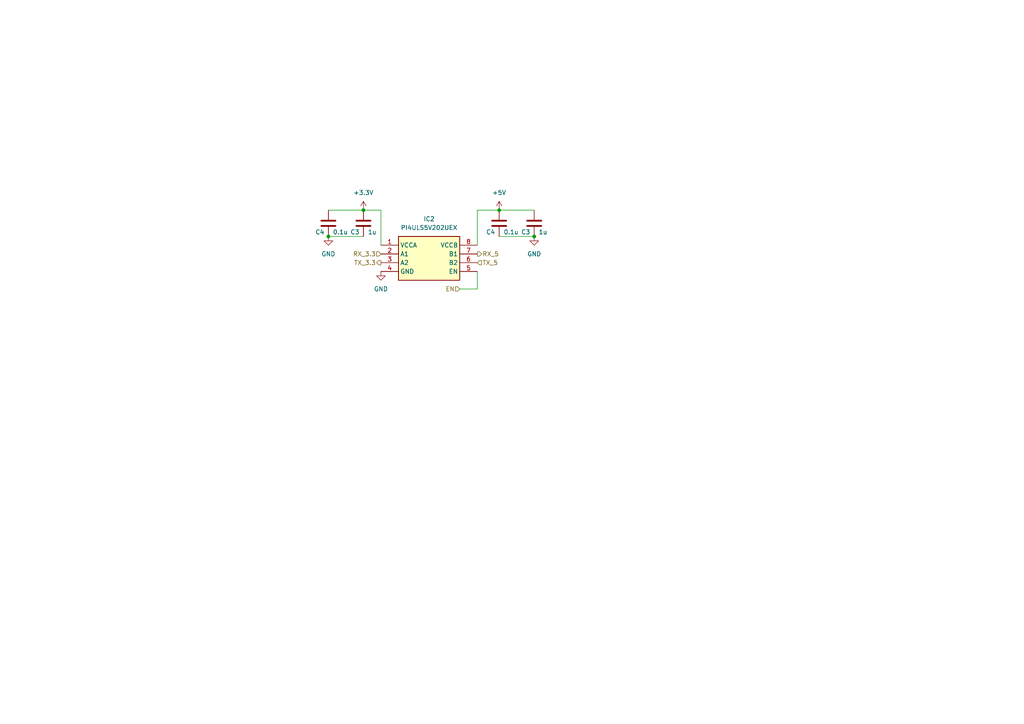
<source format=kicad_sch>
(kicad_sch (version 20230121) (generator eeschema)
  (paper "A4")
  (lib_symbols
    (symbol "Device:C" (pin_numbers hide) (pin_names (offset 0.254))
      (property "Reference" "C" (at 0.635 2.54 0))
      (property "Value" "C" (at 0.635 -2.54 0))
      (symbol "C_0_1"
        (polyline (pts (xy -2.032 -0.762) (xy 2.032 -0.762)) (stroke (width 0.508)))
        (polyline (pts (xy -2.032 0.762) (xy 2.032 0.762)) (stroke (width 0.508)))
      )
      (symbol "C_1_1"
        (pin passive line (at 0 3.81 270) (length 2.794) (name "~") (number "1"))
        (pin passive line (at 0 -3.81 90) (length 2.794) (name "~") (number "2"))
      )
    )
    (symbol "PI4ULS5V202UEX:PI4ULS5V202UEX"
      (property "Reference" "IC" (at 24.13 7.62 0))
      (property "Value" "PI4ULS5V202UEX" (at 24.13 5.08 0))
      (symbol "PI4ULS5V202UEX_1_1"
        (rectangle (start 5.08 2.54) (end 22.86 -10.16) (stroke (width 0.254)) (fill (type background)))
        (pin passive line (at 0 0 0) (length 5.08) (name "VCCA") (number "1"))
        (pin passive line (at 0 -2.54 0) (length 5.08) (name "A1") (number "2"))
        (pin passive line (at 0 -5.08 0) (length 5.08) (name "A2") (number "3"))
        (pin passive line (at 0 -7.62 0) (length 5.08) (name "GND") (number "4"))
        (pin passive line (at 27.94 -7.62 180) (length 5.08) (name "EN") (number "5"))
        (pin passive line (at 27.94 -5.08 180) (length 5.08) (name "B2") (number "6"))
        (pin passive line (at 27.94 -2.54 180) (length 5.08) (name "B1") (number "7"))
        (pin passive line (at 27.94 0 180) (length 5.08) (name "VCCB") (number "8"))
      )
    )
    (symbol "power:+3.3V" (power) (pin_names (offset 0))
      (property "Value" "+3.3V" (at 0 3.556 0))
      (symbol "+3.3V_0_1"
        (polyline (pts (xy -0.762 1.27) (xy 0 2.54)))
        (polyline (pts (xy 0 0) (xy 0 2.54)))
        (polyline (pts (xy 0 2.54) (xy 0.762 1.27)))
      )
      (symbol "+3.3V_1_1"
        (pin power_in line (at 0 0 90) (length 0) hide (name "+3.3V") (number "1"))
      )
    )
    (symbol "power:+5V" (power) (pin_names (offset 0))
      (property "Value" "+5V" (at 0 3.556 0))
      (symbol "+5V_0_1"
        (polyline (pts (xy -0.762 1.27) (xy 0 2.54)))
        (polyline (pts (xy 0 0) (xy 0 2.54)))
        (polyline (pts (xy 0 2.54) (xy 0.762 1.27)))
      )
      (symbol "+5V_1_1"
        (pin power_in line (at 0 0 90) (length 0) hide (name "+5V") (number "1"))
      )
    )
    (symbol "power:GND" (power) (pin_names (offset 0))
      (property "Value" "GND" (at 0 -3.81 0))
      (symbol "GND_0_1"
        (polyline (pts (xy 0 0) (xy 0 -1.27) (xy 1.27 -1.27) (xy 0 -2.54) (xy -1.27 -1.27) (xy 0 -1.27)))
      )
      (symbol "GND_1_1"
        (pin power_in line (at 0 0 270) (length 0) hide (name "GND") (number "1"))
      )
    )
  )
  (junction (at 154.94 68.58))
  (junction (at 105.41 60.96))
  (junction (at 95.25 68.58))
  (junction (at 144.78 60.96))
  (wire (pts (xy 138.43 83.82) (xy 138.43 78.74)))
  (wire (pts (xy 95.25 60.96) (xy 105.41 60.96)))
  (wire (pts (xy 110.49 60.96) (xy 110.49 71.12)))
  (wire (pts (xy 144.78 60.96) (xy 154.94 60.96)))
  (wire (pts (xy 144.78 60.96) (xy 138.43 60.96)))
  (wire (pts (xy 133.35 83.82) (xy 138.43 83.82)))
  (wire (pts (xy 144.78 68.58) (xy 154.94 68.58)))
  (wire (pts (xy 95.25 68.58) (xy 105.41 68.58)))
  (wire (pts (xy 105.41 60.96) (xy 110.49 60.96)))
  (wire (pts (xy 138.43 60.96) (xy 138.43 71.12)))
  (hierarchical_label "RX_3.3" (shape input) (at 110.49 73.66 180))
  (hierarchical_label "TX_5" (shape input) (at 138.43 76.2 0))
  (hierarchical_label "EN" (shape input) (at 133.35 83.82 180))
  (hierarchical_label "RX_5" (shape output) (at 138.43 73.66 0))
  (hierarchical_label "TX_3.3" (shape output) (at 110.49 76.2 180))
  (symbol (lib_id "power:+3.3V") (at 105.41 60.96 0) (unit 1)
    (property "Reference" "#PWR063" (effects hide))
    (property "Value" "+3.3V" (at 105.41 55.88 0))
    (instances (project "fluidics-v2" (path "" (reference "#PWR063") (unit 1)) (path "" (reference "#PWR068") (unit 1)) (path "" (reference "#PWR073") (unit 1)) (path "" (reference "#PWR078") (unit 1)) (path "" (reference "#PWR083") (unit 1))))
  )
  (symbol (lib_id "power:GND") (at 95.25 68.58 0) (unit 1)
    (property "Reference" "#PWR065" (effects hide))
    (property "Value" "GND" (at 95.25 73.66 0))
    (instances (project "fluidics-v2" (path "" (reference "#PWR065") (unit 1)) (path "" (reference "#PWR070") (unit 1)) (path "" (reference "#PWR075") (unit 1)) (path "" (reference "#PWR080") (unit 1)) (path "" (reference "#PWR085") (unit 1))))
  )
  (symbol (lib_id "Device:C") (at 154.94 64.77 0) (unit 1)
    (property "Reference" "C3" (at 151.13 67.31 0) (effects (justify left)))
    (property "Value" "1u" (at 156.21 67.31 0) (effects (justify left)))
    (property "Footprint" "Capacitor_SMD:C_0603_1608Metric" (effects hide))
    (instances (project "fluidics-v2" (path "" (reference "C3") (unit 1)) (path "" (reference "C8") (unit 1)) (path "" (reference "C12") (unit 1)) (path "" (reference "C16") (unit 1)) (path "" (reference "C20") (unit 1)) (path "" (reference "C24") (unit 1))))
  )
  (symbol (lib_id "power:GND") (at 110.49 78.74 0) (unit 1)
    (property "Reference" "#PWR067" (effects hide))
    (property "Value" "GND" (at 110.49 83.82 0))
    (instances (project "fluidics-v2" (path "" (reference "#PWR067") (unit 1)) (path "" (reference "#PWR072") (unit 1)) (path "" (reference "#PWR077") (unit 1)) (path "" (reference "#PWR082") (unit 1)) (path "" (reference "#PWR087") (unit 1))))
  )
  (symbol (lib_id "power:+5V") (at 144.78 60.96 0) (unit 1)
    (property "Reference" "#PWR064" (effects hide))
    (property "Value" "+5V" (at 144.78 55.88 0))
    (instances (project "fluidics-v2" (path "" (reference "#PWR064") (unit 1)) (path "" (reference "#PWR069") (unit 1)) (path "" (reference "#PWR074") (unit 1)) (path "" (reference "#PWR079") (unit 1)) (path "" (reference "#PWR084") (unit 1))))
  )
  (symbol (lib_id "power:GND") (at 154.94 68.58 0) (unit 1)
    (property "Reference" "#PWR066" (effects hide))
    (property "Value" "GND" (at 154.94 73.66 0))
    (instances (project "fluidics-v2" (path "" (reference "#PWR066") (unit 1)) (path "" (reference "#PWR071") (unit 1)) (path "" (reference "#PWR076") (unit 1)) (path "" (reference "#PWR081") (unit 1)) (path "" (reference "#PWR086") (unit 1))))
  )
  (symbol (lib_id "PI4ULS5V202UEX:PI4ULS5V202UEX") (at 110.49 71.12 0) (unit 1)
    (property "Reference" "IC2" (at 124.46 63.5 0))
    (property "Value" "PI4ULS5V202UEX" (at 124.46 66.04 0))
    (property "Footprint" "MAX232:SOP65P640X120-16N" (effects hide))
    (property "Datasheet" "https://www.diodes.com/assets/Datasheets/PI4ULS5V202.pdf" (effects hide))
    (property "Height" "1.1" (effects hide))
    (property "Mouser Part Number" "729-PI4ULS5V202UEX" (effects hide))
    (property "Mouser Price/Stock" "https://www.mouser.co.uk/ProductDetail/Diodes-Incorporated/PI4ULS5V202UEX?qs=iC14BvcgY%2F0LieFnOYBbzw%3D%3D" (effects hide))
    (property "Manufacturer_Name" "Diodes Inc." (effects hide))
    (property "Manufacturer_Part_Number" "PI4ULS5V202UEX" (effects hide))
    (instances (project "fluidics-v2" (path "" (reference "IC2") (unit 1)) (path "" (reference "IC2") (unit 1)) (path "" (reference "IC3") (unit 1)) (path "" (reference "IC4") (unit 1)) (path "" (reference "IC5") (unit 1)) (path "" (reference "IC6") (unit 1))))
  )
  (symbol (lib_id "Device:C") (at 95.25 64.77 0) (unit 1)
    (property "Reference" "C4" (at 91.44 67.31 0) (effects (justify left)))
    (property "Value" "0.1u" (at 96.52 67.31 0) (effects (justify left)))
    (property "Footprint" "Capacitor_SMD:C_0603_1608Metric" (effects hide))
    (instances (project "fluidics-v2" (path "" (reference "C4") (unit 1)) (path "" (reference "C5") (unit 1)) (path "" (reference "C9") (unit 1)) (path "" (reference "C13") (unit 1)) (path "" (reference "C17") (unit 1)) (path "" (reference "C21") (unit 1))))
  )
  (symbol (lib_id "Device:C") (at 105.41 64.77 0) (unit 1)
    (property "Reference" "C3" (at 101.6 67.31 0) (effects (justify left)))
    (property "Value" "1u" (at 106.68 67.31 0) (effects (justify left)))
    (property "Footprint" "Capacitor_SMD:C_0603_1608Metric" (effects hide))
    (instances (project "fluidics-v2" (path "" (reference "C3") (unit 1)) (path "" (reference "C6") (unit 1)) (path "" (reference "C10") (unit 1)) (path "" (reference "C14") (unit 1)) (path "" (reference "C18") (unit 1)) (path "" (reference "C22") (unit 1))))
  )
  (symbol (lib_id "Device:C") (at 144.78 64.77 0) (unit 1)
    (property "Reference" "C4" (at 140.97 67.31 0) (effects (justify left)))
    (property "Value" "0.1u" (at 146.05 67.31 0) (effects (justify left)))
    (property "Footprint" "Capacitor_SMD:C_0603_1608Metric" (effects hide))
    (instances (project "fluidics-v2" (path "" (reference "C4") (unit 1)) (path "" (reference "C7") (unit 1)) (path "" (reference "C11") (unit 1)) (path "" (reference "C15") (unit 1)) (path "" (reference "C19") (unit 1)) (path "" (reference "C23") (unit 1))))
  )
)
</source>
